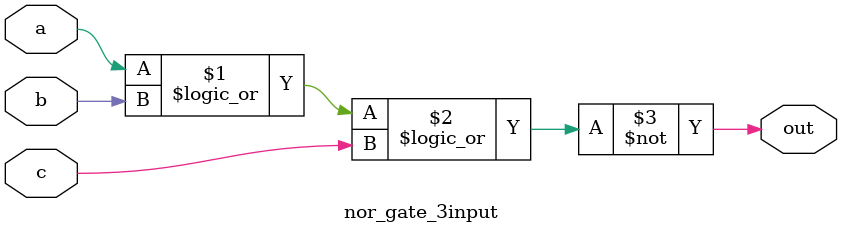
<source format=v>
module nor_gate_3input(a,b,c,out);
    input a;
    input b;
    input c;
    output out;

    assign out = ~(a||b||c);
endmodule
</source>
